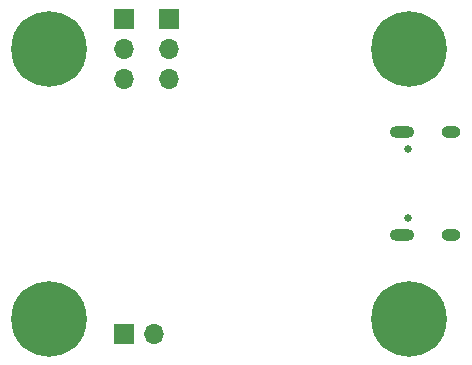
<source format=gbr>
%TF.GenerationSoftware,KiCad,Pcbnew,(6.0.9)*%
%TF.CreationDate,2023-01-31T22:53:35+08:00*%
%TF.ProjectId,ESP32C3_RF_Test,45535033-3243-4335-9f52-465f54657374,rev?*%
%TF.SameCoordinates,Original*%
%TF.FileFunction,Soldermask,Bot*%
%TF.FilePolarity,Negative*%
%FSLAX46Y46*%
G04 Gerber Fmt 4.6, Leading zero omitted, Abs format (unit mm)*
G04 Created by KiCad (PCBNEW (6.0.9)) date 2023-01-31 22:53:35*
%MOMM*%
%LPD*%
G01*
G04 APERTURE LIST*
%ADD10C,0.650000*%
%ADD11O,1.600000X1.000000*%
%ADD12O,2.100000X1.000000*%
%ADD13C,0.800000*%
%ADD14C,6.400000*%
%ADD15R,1.700000X1.700000*%
%ADD16O,1.700000X1.700000*%
G04 APERTURE END LIST*
D10*
%TO.C,J3*%
X144720000Y-77820000D03*
X144720000Y-72040000D03*
D11*
X148370000Y-79250000D03*
X148370000Y-70610000D03*
D12*
X144190000Y-79250000D03*
X144190000Y-70610000D03*
%TD*%
D13*
%TO.C,H2*%
X142380000Y-63500000D03*
X143082944Y-65197056D03*
X144780000Y-61100000D03*
X143082944Y-61802944D03*
D14*
X144780000Y-63500000D03*
D13*
X146477056Y-61802944D03*
X144780000Y-65900000D03*
X146477056Y-65197056D03*
X147180000Y-63500000D03*
%TD*%
%TO.C,H4*%
X114300000Y-83960000D03*
X115997056Y-88057056D03*
X112602944Y-84662944D03*
X116700000Y-86360000D03*
X114300000Y-88760000D03*
X111900000Y-86360000D03*
D14*
X114300000Y-86360000D03*
D13*
X112602944Y-88057056D03*
X115997056Y-84662944D03*
%TD*%
%TO.C,H3*%
X142380000Y-86360000D03*
D14*
X144780000Y-86360000D03*
D13*
X144780000Y-88760000D03*
X146477056Y-88057056D03*
X146477056Y-84662944D03*
X147180000Y-86360000D03*
X143082944Y-84662944D03*
X143082944Y-88057056D03*
X144780000Y-83960000D03*
%TD*%
D15*
%TO.C,J4*%
X120650000Y-87630000D03*
D16*
X123190000Y-87630000D03*
%TD*%
D13*
%TO.C,H1*%
X116700000Y-63500000D03*
X115997056Y-61802944D03*
X115997056Y-65197056D03*
X112602944Y-61802944D03*
X114300000Y-61100000D03*
X112602944Y-65197056D03*
X114300000Y-65900000D03*
D14*
X114300000Y-63500000D03*
D13*
X111900000Y-63500000D03*
%TD*%
D15*
%TO.C,J2*%
X120650000Y-60960000D03*
D16*
X120650000Y-63500000D03*
X120650000Y-66040000D03*
%TD*%
D15*
%TO.C,J1*%
X124460000Y-60960000D03*
D16*
X124460000Y-63500000D03*
X124460000Y-66040000D03*
%TD*%
M02*

</source>
